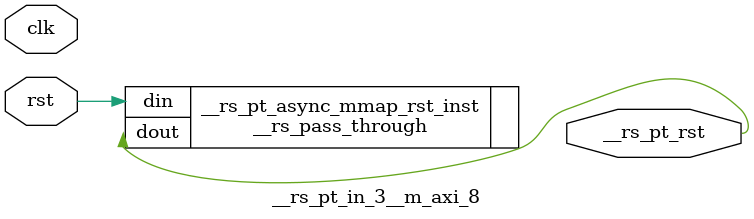
<source format=v>
`timescale 1 ns / 1 ps
/**   Generated by RapidStream   **/
module __rs_pt_in_3__m_axi_8 #(
    parameter BufferSize         = 32,
    parameter BufferSizeLog      = 5,
    parameter AddrWidth          = 64,
    parameter AxiSideAddrWidth   = 64,
    parameter DataWidth          = 512,
    parameter DataWidthBytesLog  = 6,
    parameter WaitTimeWidth      = 4,
    parameter BurstLenWidth      = 8,
    parameter EnableReadChannel  = 1,
    parameter EnableWriteChannel = 1,
    parameter MaxWaitTime        = 3,
    parameter MaxBurstLen        = 15
) (
    output wire __rs_pt_rst,
    input wire  clk,
    input wire  rst
);




__rs_pass_through #(
    .WIDTH (1)
) __rs_pt_async_mmap_rst_inst /**   Generated by RapidStream   **/ (
    .din  (rst),
    .dout (__rs_pt_rst)
);

endmodule  // __rs_pt_in_3__m_axi_8
</source>
